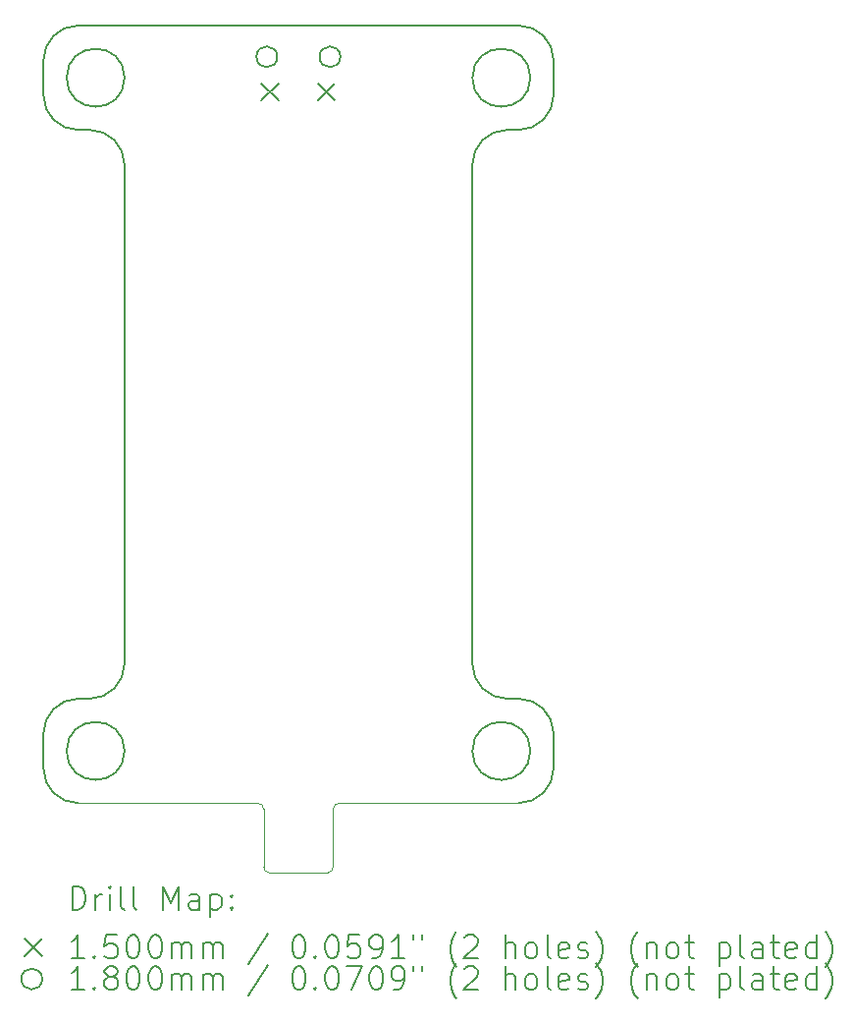
<source format=gbr>
%TF.GenerationSoftware,KiCad,Pcbnew,8.99.0-unknown-120b06f916~181~ubuntu22.04.1*%
%TF.CreationDate,2024-11-21T04:21:53-08:00*%
%TF.ProjectId,gb_video_pico_breakout,67625f76-6964-4656-9f5f-7069636f5f62,rev?*%
%TF.SameCoordinates,Original*%
%TF.FileFunction,Drillmap*%
%TF.FilePolarity,Positive*%
%FSLAX45Y45*%
G04 Gerber Fmt 4.5, Leading zero omitted, Abs format (unit mm)*
G04 Created by KiCad (PCBNEW 8.99.0-unknown-120b06f916~181~ubuntu22.04.1) date 2024-11-21 04:21:53*
%MOMM*%
%LPD*%
G01*
G04 APERTURE LIST*
%ADD10C,0.200000*%
%ADD11C,0.100000*%
%ADD12C,0.150000*%
%ADD13C,0.180000*%
G04 APERTURE END LIST*
D10*
X13492132Y-6050000D02*
G75*
G02*
X12992132Y-6050000I-250000J0D01*
G01*
X12992132Y-6050000D02*
G75*
G02*
X13492132Y-6050000I250000J0D01*
G01*
X16892132Y-5600000D02*
X13092132Y-5600000D01*
X13092132Y-6500000D02*
G75*
G02*
X12792130Y-6200000I-2J300000D01*
G01*
X13192132Y-11400000D02*
X13092132Y-11400000D01*
X12792132Y-5900000D02*
G75*
G02*
X13092132Y-5600002I299998J0D01*
G01*
X13192132Y-6500000D02*
G75*
G02*
X13492130Y-6800000I-2J-300000D01*
G01*
X16792132Y-11400000D02*
X16892132Y-11400000D01*
X16892132Y-5600000D02*
G75*
G02*
X17192130Y-5900000I-2J-300000D01*
G01*
X16892132Y-11400000D02*
G75*
G02*
X17192130Y-11700000I-2J-300000D01*
G01*
X12792132Y-6200000D02*
X12792132Y-5900000D01*
X13492132Y-6800000D02*
X13492132Y-11100000D01*
D11*
X14742132Y-12900000D02*
G75*
G02*
X14692130Y-12850000I-2J50000D01*
G01*
X14742132Y-12900000D02*
X15242132Y-12900000D01*
D10*
X17192132Y-12000000D02*
G75*
G02*
X16892132Y-12300002I-300002J0D01*
G01*
D11*
X15342132Y-12300000D02*
X16892132Y-12300000D01*
D10*
X12792132Y-12000000D02*
X12792132Y-11700000D01*
D11*
X14642132Y-12300000D02*
G75*
G02*
X14692130Y-12350000I-2J-50000D01*
G01*
D10*
X16792132Y-6500000D02*
X16892132Y-6500000D01*
X12792132Y-11700000D02*
G75*
G02*
X13092132Y-11400002I299998J0D01*
G01*
D11*
X13092132Y-12300000D02*
X14642132Y-12300000D01*
D10*
X13492132Y-11100000D02*
G75*
G02*
X13192132Y-11400002I-300002J0D01*
G01*
X13492132Y-11850000D02*
G75*
G02*
X12992132Y-11850000I-250000J0D01*
G01*
X12992132Y-11850000D02*
G75*
G02*
X13492132Y-11850000I250000J0D01*
G01*
X16492132Y-6800000D02*
X16492132Y-11100000D01*
X16492132Y-6800000D02*
G75*
G02*
X16792132Y-6500002I299998J0D01*
G01*
X17192132Y-5900000D02*
X17192132Y-6200000D01*
X17192132Y-12000000D02*
X17192132Y-11700000D01*
D11*
X15292132Y-12850000D02*
X15292132Y-12350000D01*
D10*
X16992132Y-6050000D02*
G75*
G02*
X16492132Y-6050000I-250000J0D01*
G01*
X16492132Y-6050000D02*
G75*
G02*
X16992132Y-6050000I250000J0D01*
G01*
D11*
X15292132Y-12850000D02*
G75*
G02*
X15242132Y-12900002I-50002J0D01*
G01*
D10*
X16792132Y-11400000D02*
G75*
G02*
X16492130Y-11100000I-2J300000D01*
G01*
X17192132Y-6200000D02*
G75*
G02*
X16892132Y-6500002I-300002J0D01*
G01*
X13092132Y-12300000D02*
G75*
G02*
X12792130Y-12000000I-2J300000D01*
G01*
D11*
X14692132Y-12850000D02*
X14692132Y-12350000D01*
X15292132Y-12350000D02*
G75*
G02*
X15342132Y-12300002I49998J0D01*
G01*
D10*
X13192132Y-6500000D02*
X13092132Y-6500000D01*
X16992132Y-11850000D02*
G75*
G02*
X16492132Y-11850000I-250000J0D01*
G01*
X16492132Y-11850000D02*
G75*
G02*
X16992132Y-11850000I250000J0D01*
G01*
D12*
X14674083Y-6098000D02*
X14824083Y-6248000D01*
X14824083Y-6098000D02*
X14674083Y-6248000D01*
X15159083Y-6098000D02*
X15309083Y-6248000D01*
X15309083Y-6098000D02*
X15159083Y-6248000D01*
D13*
X14809083Y-5870000D02*
G75*
G02*
X14629083Y-5870000I-90000J0D01*
G01*
X14629083Y-5870000D02*
G75*
G02*
X14809083Y-5870000I90000J0D01*
G01*
X15354083Y-5870000D02*
G75*
G02*
X15174083Y-5870000I-90000J0D01*
G01*
X15174083Y-5870000D02*
G75*
G02*
X15354083Y-5870000I90000J0D01*
G01*
D10*
X13042909Y-13216484D02*
X13042909Y-13016484D01*
X13042909Y-13016484D02*
X13090528Y-13016484D01*
X13090528Y-13016484D02*
X13119099Y-13026008D01*
X13119099Y-13026008D02*
X13138147Y-13045055D01*
X13138147Y-13045055D02*
X13147671Y-13064103D01*
X13147671Y-13064103D02*
X13157194Y-13102198D01*
X13157194Y-13102198D02*
X13157194Y-13130769D01*
X13157194Y-13130769D02*
X13147671Y-13168865D01*
X13147671Y-13168865D02*
X13138147Y-13187912D01*
X13138147Y-13187912D02*
X13119099Y-13206960D01*
X13119099Y-13206960D02*
X13090528Y-13216484D01*
X13090528Y-13216484D02*
X13042909Y-13216484D01*
X13242909Y-13216484D02*
X13242909Y-13083150D01*
X13242909Y-13121246D02*
X13252433Y-13102198D01*
X13252433Y-13102198D02*
X13261956Y-13092674D01*
X13261956Y-13092674D02*
X13281004Y-13083150D01*
X13281004Y-13083150D02*
X13300052Y-13083150D01*
X13366718Y-13216484D02*
X13366718Y-13083150D01*
X13366718Y-13016484D02*
X13357194Y-13026008D01*
X13357194Y-13026008D02*
X13366718Y-13035531D01*
X13366718Y-13035531D02*
X13376242Y-13026008D01*
X13376242Y-13026008D02*
X13366718Y-13016484D01*
X13366718Y-13016484D02*
X13366718Y-13035531D01*
X13490528Y-13216484D02*
X13471480Y-13206960D01*
X13471480Y-13206960D02*
X13461956Y-13187912D01*
X13461956Y-13187912D02*
X13461956Y-13016484D01*
X13595290Y-13216484D02*
X13576242Y-13206960D01*
X13576242Y-13206960D02*
X13566718Y-13187912D01*
X13566718Y-13187912D02*
X13566718Y-13016484D01*
X13823861Y-13216484D02*
X13823861Y-13016484D01*
X13823861Y-13016484D02*
X13890528Y-13159341D01*
X13890528Y-13159341D02*
X13957194Y-13016484D01*
X13957194Y-13016484D02*
X13957194Y-13216484D01*
X14138147Y-13216484D02*
X14138147Y-13111722D01*
X14138147Y-13111722D02*
X14128623Y-13092674D01*
X14128623Y-13092674D02*
X14109575Y-13083150D01*
X14109575Y-13083150D02*
X14071480Y-13083150D01*
X14071480Y-13083150D02*
X14052433Y-13092674D01*
X14138147Y-13206960D02*
X14119099Y-13216484D01*
X14119099Y-13216484D02*
X14071480Y-13216484D01*
X14071480Y-13216484D02*
X14052433Y-13206960D01*
X14052433Y-13206960D02*
X14042909Y-13187912D01*
X14042909Y-13187912D02*
X14042909Y-13168865D01*
X14042909Y-13168865D02*
X14052433Y-13149817D01*
X14052433Y-13149817D02*
X14071480Y-13140293D01*
X14071480Y-13140293D02*
X14119099Y-13140293D01*
X14119099Y-13140293D02*
X14138147Y-13130769D01*
X14233385Y-13083150D02*
X14233385Y-13283150D01*
X14233385Y-13092674D02*
X14252433Y-13083150D01*
X14252433Y-13083150D02*
X14290528Y-13083150D01*
X14290528Y-13083150D02*
X14309575Y-13092674D01*
X14309575Y-13092674D02*
X14319099Y-13102198D01*
X14319099Y-13102198D02*
X14328623Y-13121246D01*
X14328623Y-13121246D02*
X14328623Y-13178388D01*
X14328623Y-13178388D02*
X14319099Y-13197436D01*
X14319099Y-13197436D02*
X14309575Y-13206960D01*
X14309575Y-13206960D02*
X14290528Y-13216484D01*
X14290528Y-13216484D02*
X14252433Y-13216484D01*
X14252433Y-13216484D02*
X14233385Y-13206960D01*
X14414337Y-13197436D02*
X14423861Y-13206960D01*
X14423861Y-13206960D02*
X14414337Y-13216484D01*
X14414337Y-13216484D02*
X14404814Y-13206960D01*
X14404814Y-13206960D02*
X14414337Y-13197436D01*
X14414337Y-13197436D02*
X14414337Y-13216484D01*
X14414337Y-13092674D02*
X14423861Y-13102198D01*
X14423861Y-13102198D02*
X14414337Y-13111722D01*
X14414337Y-13111722D02*
X14404814Y-13102198D01*
X14404814Y-13102198D02*
X14414337Y-13092674D01*
X14414337Y-13092674D02*
X14414337Y-13111722D01*
D12*
X12632132Y-13470000D02*
X12782132Y-13620000D01*
X12782132Y-13470000D02*
X12632132Y-13620000D01*
D10*
X13147671Y-13636484D02*
X13033385Y-13636484D01*
X13090528Y-13636484D02*
X13090528Y-13436484D01*
X13090528Y-13436484D02*
X13071480Y-13465055D01*
X13071480Y-13465055D02*
X13052433Y-13484103D01*
X13052433Y-13484103D02*
X13033385Y-13493627D01*
X13233385Y-13617436D02*
X13242909Y-13626960D01*
X13242909Y-13626960D02*
X13233385Y-13636484D01*
X13233385Y-13636484D02*
X13223861Y-13626960D01*
X13223861Y-13626960D02*
X13233385Y-13617436D01*
X13233385Y-13617436D02*
X13233385Y-13636484D01*
X13423861Y-13436484D02*
X13328623Y-13436484D01*
X13328623Y-13436484D02*
X13319099Y-13531722D01*
X13319099Y-13531722D02*
X13328623Y-13522198D01*
X13328623Y-13522198D02*
X13347671Y-13512674D01*
X13347671Y-13512674D02*
X13395290Y-13512674D01*
X13395290Y-13512674D02*
X13414337Y-13522198D01*
X13414337Y-13522198D02*
X13423861Y-13531722D01*
X13423861Y-13531722D02*
X13433385Y-13550769D01*
X13433385Y-13550769D02*
X13433385Y-13598388D01*
X13433385Y-13598388D02*
X13423861Y-13617436D01*
X13423861Y-13617436D02*
X13414337Y-13626960D01*
X13414337Y-13626960D02*
X13395290Y-13636484D01*
X13395290Y-13636484D02*
X13347671Y-13636484D01*
X13347671Y-13636484D02*
X13328623Y-13626960D01*
X13328623Y-13626960D02*
X13319099Y-13617436D01*
X13557194Y-13436484D02*
X13576242Y-13436484D01*
X13576242Y-13436484D02*
X13595290Y-13446008D01*
X13595290Y-13446008D02*
X13604814Y-13455531D01*
X13604814Y-13455531D02*
X13614337Y-13474579D01*
X13614337Y-13474579D02*
X13623861Y-13512674D01*
X13623861Y-13512674D02*
X13623861Y-13560293D01*
X13623861Y-13560293D02*
X13614337Y-13598388D01*
X13614337Y-13598388D02*
X13604814Y-13617436D01*
X13604814Y-13617436D02*
X13595290Y-13626960D01*
X13595290Y-13626960D02*
X13576242Y-13636484D01*
X13576242Y-13636484D02*
X13557194Y-13636484D01*
X13557194Y-13636484D02*
X13538147Y-13626960D01*
X13538147Y-13626960D02*
X13528623Y-13617436D01*
X13528623Y-13617436D02*
X13519099Y-13598388D01*
X13519099Y-13598388D02*
X13509575Y-13560293D01*
X13509575Y-13560293D02*
X13509575Y-13512674D01*
X13509575Y-13512674D02*
X13519099Y-13474579D01*
X13519099Y-13474579D02*
X13528623Y-13455531D01*
X13528623Y-13455531D02*
X13538147Y-13446008D01*
X13538147Y-13446008D02*
X13557194Y-13436484D01*
X13747671Y-13436484D02*
X13766718Y-13436484D01*
X13766718Y-13436484D02*
X13785766Y-13446008D01*
X13785766Y-13446008D02*
X13795290Y-13455531D01*
X13795290Y-13455531D02*
X13804814Y-13474579D01*
X13804814Y-13474579D02*
X13814337Y-13512674D01*
X13814337Y-13512674D02*
X13814337Y-13560293D01*
X13814337Y-13560293D02*
X13804814Y-13598388D01*
X13804814Y-13598388D02*
X13795290Y-13617436D01*
X13795290Y-13617436D02*
X13785766Y-13626960D01*
X13785766Y-13626960D02*
X13766718Y-13636484D01*
X13766718Y-13636484D02*
X13747671Y-13636484D01*
X13747671Y-13636484D02*
X13728623Y-13626960D01*
X13728623Y-13626960D02*
X13719099Y-13617436D01*
X13719099Y-13617436D02*
X13709575Y-13598388D01*
X13709575Y-13598388D02*
X13700052Y-13560293D01*
X13700052Y-13560293D02*
X13700052Y-13512674D01*
X13700052Y-13512674D02*
X13709575Y-13474579D01*
X13709575Y-13474579D02*
X13719099Y-13455531D01*
X13719099Y-13455531D02*
X13728623Y-13446008D01*
X13728623Y-13446008D02*
X13747671Y-13436484D01*
X13900052Y-13636484D02*
X13900052Y-13503150D01*
X13900052Y-13522198D02*
X13909575Y-13512674D01*
X13909575Y-13512674D02*
X13928623Y-13503150D01*
X13928623Y-13503150D02*
X13957195Y-13503150D01*
X13957195Y-13503150D02*
X13976242Y-13512674D01*
X13976242Y-13512674D02*
X13985766Y-13531722D01*
X13985766Y-13531722D02*
X13985766Y-13636484D01*
X13985766Y-13531722D02*
X13995290Y-13512674D01*
X13995290Y-13512674D02*
X14014337Y-13503150D01*
X14014337Y-13503150D02*
X14042909Y-13503150D01*
X14042909Y-13503150D02*
X14061956Y-13512674D01*
X14061956Y-13512674D02*
X14071480Y-13531722D01*
X14071480Y-13531722D02*
X14071480Y-13636484D01*
X14166718Y-13636484D02*
X14166718Y-13503150D01*
X14166718Y-13522198D02*
X14176242Y-13512674D01*
X14176242Y-13512674D02*
X14195290Y-13503150D01*
X14195290Y-13503150D02*
X14223861Y-13503150D01*
X14223861Y-13503150D02*
X14242909Y-13512674D01*
X14242909Y-13512674D02*
X14252433Y-13531722D01*
X14252433Y-13531722D02*
X14252433Y-13636484D01*
X14252433Y-13531722D02*
X14261956Y-13512674D01*
X14261956Y-13512674D02*
X14281004Y-13503150D01*
X14281004Y-13503150D02*
X14309575Y-13503150D01*
X14309575Y-13503150D02*
X14328623Y-13512674D01*
X14328623Y-13512674D02*
X14338147Y-13531722D01*
X14338147Y-13531722D02*
X14338147Y-13636484D01*
X14728623Y-13426960D02*
X14557195Y-13684103D01*
X14985766Y-13436484D02*
X15004814Y-13436484D01*
X15004814Y-13436484D02*
X15023861Y-13446008D01*
X15023861Y-13446008D02*
X15033385Y-13455531D01*
X15033385Y-13455531D02*
X15042909Y-13474579D01*
X15042909Y-13474579D02*
X15052433Y-13512674D01*
X15052433Y-13512674D02*
X15052433Y-13560293D01*
X15052433Y-13560293D02*
X15042909Y-13598388D01*
X15042909Y-13598388D02*
X15033385Y-13617436D01*
X15033385Y-13617436D02*
X15023861Y-13626960D01*
X15023861Y-13626960D02*
X15004814Y-13636484D01*
X15004814Y-13636484D02*
X14985766Y-13636484D01*
X14985766Y-13636484D02*
X14966718Y-13626960D01*
X14966718Y-13626960D02*
X14957195Y-13617436D01*
X14957195Y-13617436D02*
X14947671Y-13598388D01*
X14947671Y-13598388D02*
X14938147Y-13560293D01*
X14938147Y-13560293D02*
X14938147Y-13512674D01*
X14938147Y-13512674D02*
X14947671Y-13474579D01*
X14947671Y-13474579D02*
X14957195Y-13455531D01*
X14957195Y-13455531D02*
X14966718Y-13446008D01*
X14966718Y-13446008D02*
X14985766Y-13436484D01*
X15138147Y-13617436D02*
X15147671Y-13626960D01*
X15147671Y-13626960D02*
X15138147Y-13636484D01*
X15138147Y-13636484D02*
X15128623Y-13626960D01*
X15128623Y-13626960D02*
X15138147Y-13617436D01*
X15138147Y-13617436D02*
X15138147Y-13636484D01*
X15271480Y-13436484D02*
X15290528Y-13436484D01*
X15290528Y-13436484D02*
X15309576Y-13446008D01*
X15309576Y-13446008D02*
X15319099Y-13455531D01*
X15319099Y-13455531D02*
X15328623Y-13474579D01*
X15328623Y-13474579D02*
X15338147Y-13512674D01*
X15338147Y-13512674D02*
X15338147Y-13560293D01*
X15338147Y-13560293D02*
X15328623Y-13598388D01*
X15328623Y-13598388D02*
X15319099Y-13617436D01*
X15319099Y-13617436D02*
X15309576Y-13626960D01*
X15309576Y-13626960D02*
X15290528Y-13636484D01*
X15290528Y-13636484D02*
X15271480Y-13636484D01*
X15271480Y-13636484D02*
X15252433Y-13626960D01*
X15252433Y-13626960D02*
X15242909Y-13617436D01*
X15242909Y-13617436D02*
X15233385Y-13598388D01*
X15233385Y-13598388D02*
X15223861Y-13560293D01*
X15223861Y-13560293D02*
X15223861Y-13512674D01*
X15223861Y-13512674D02*
X15233385Y-13474579D01*
X15233385Y-13474579D02*
X15242909Y-13455531D01*
X15242909Y-13455531D02*
X15252433Y-13446008D01*
X15252433Y-13446008D02*
X15271480Y-13436484D01*
X15519099Y-13436484D02*
X15423861Y-13436484D01*
X15423861Y-13436484D02*
X15414338Y-13531722D01*
X15414338Y-13531722D02*
X15423861Y-13522198D01*
X15423861Y-13522198D02*
X15442909Y-13512674D01*
X15442909Y-13512674D02*
X15490528Y-13512674D01*
X15490528Y-13512674D02*
X15509576Y-13522198D01*
X15509576Y-13522198D02*
X15519099Y-13531722D01*
X15519099Y-13531722D02*
X15528623Y-13550769D01*
X15528623Y-13550769D02*
X15528623Y-13598388D01*
X15528623Y-13598388D02*
X15519099Y-13617436D01*
X15519099Y-13617436D02*
X15509576Y-13626960D01*
X15509576Y-13626960D02*
X15490528Y-13636484D01*
X15490528Y-13636484D02*
X15442909Y-13636484D01*
X15442909Y-13636484D02*
X15423861Y-13626960D01*
X15423861Y-13626960D02*
X15414338Y-13617436D01*
X15623861Y-13636484D02*
X15661957Y-13636484D01*
X15661957Y-13636484D02*
X15681004Y-13626960D01*
X15681004Y-13626960D02*
X15690528Y-13617436D01*
X15690528Y-13617436D02*
X15709576Y-13588865D01*
X15709576Y-13588865D02*
X15719099Y-13550769D01*
X15719099Y-13550769D02*
X15719099Y-13474579D01*
X15719099Y-13474579D02*
X15709576Y-13455531D01*
X15709576Y-13455531D02*
X15700052Y-13446008D01*
X15700052Y-13446008D02*
X15681004Y-13436484D01*
X15681004Y-13436484D02*
X15642909Y-13436484D01*
X15642909Y-13436484D02*
X15623861Y-13446008D01*
X15623861Y-13446008D02*
X15614338Y-13455531D01*
X15614338Y-13455531D02*
X15604814Y-13474579D01*
X15604814Y-13474579D02*
X15604814Y-13522198D01*
X15604814Y-13522198D02*
X15614338Y-13541246D01*
X15614338Y-13541246D02*
X15623861Y-13550769D01*
X15623861Y-13550769D02*
X15642909Y-13560293D01*
X15642909Y-13560293D02*
X15681004Y-13560293D01*
X15681004Y-13560293D02*
X15700052Y-13550769D01*
X15700052Y-13550769D02*
X15709576Y-13541246D01*
X15709576Y-13541246D02*
X15719099Y-13522198D01*
X15909576Y-13636484D02*
X15795290Y-13636484D01*
X15852433Y-13636484D02*
X15852433Y-13436484D01*
X15852433Y-13436484D02*
X15833385Y-13465055D01*
X15833385Y-13465055D02*
X15814338Y-13484103D01*
X15814338Y-13484103D02*
X15795290Y-13493627D01*
X15985766Y-13436484D02*
X15985766Y-13474579D01*
X16061957Y-13436484D02*
X16061957Y-13474579D01*
X16357195Y-13712674D02*
X16347671Y-13703150D01*
X16347671Y-13703150D02*
X16328623Y-13674579D01*
X16328623Y-13674579D02*
X16319100Y-13655531D01*
X16319100Y-13655531D02*
X16309576Y-13626960D01*
X16309576Y-13626960D02*
X16300052Y-13579341D01*
X16300052Y-13579341D02*
X16300052Y-13541246D01*
X16300052Y-13541246D02*
X16309576Y-13493627D01*
X16309576Y-13493627D02*
X16319100Y-13465055D01*
X16319100Y-13465055D02*
X16328623Y-13446008D01*
X16328623Y-13446008D02*
X16347671Y-13417436D01*
X16347671Y-13417436D02*
X16357195Y-13407912D01*
X16423861Y-13455531D02*
X16433385Y-13446008D01*
X16433385Y-13446008D02*
X16452433Y-13436484D01*
X16452433Y-13436484D02*
X16500052Y-13436484D01*
X16500052Y-13436484D02*
X16519100Y-13446008D01*
X16519100Y-13446008D02*
X16528623Y-13455531D01*
X16528623Y-13455531D02*
X16538147Y-13474579D01*
X16538147Y-13474579D02*
X16538147Y-13493627D01*
X16538147Y-13493627D02*
X16528623Y-13522198D01*
X16528623Y-13522198D02*
X16414338Y-13636484D01*
X16414338Y-13636484D02*
X16538147Y-13636484D01*
X16776242Y-13636484D02*
X16776242Y-13436484D01*
X16861957Y-13636484D02*
X16861957Y-13531722D01*
X16861957Y-13531722D02*
X16852433Y-13512674D01*
X16852433Y-13512674D02*
X16833385Y-13503150D01*
X16833385Y-13503150D02*
X16804814Y-13503150D01*
X16804814Y-13503150D02*
X16785766Y-13512674D01*
X16785766Y-13512674D02*
X16776242Y-13522198D01*
X16985766Y-13636484D02*
X16966719Y-13626960D01*
X16966719Y-13626960D02*
X16957195Y-13617436D01*
X16957195Y-13617436D02*
X16947671Y-13598388D01*
X16947671Y-13598388D02*
X16947671Y-13541246D01*
X16947671Y-13541246D02*
X16957195Y-13522198D01*
X16957195Y-13522198D02*
X16966719Y-13512674D01*
X16966719Y-13512674D02*
X16985766Y-13503150D01*
X16985766Y-13503150D02*
X17014338Y-13503150D01*
X17014338Y-13503150D02*
X17033385Y-13512674D01*
X17033385Y-13512674D02*
X17042909Y-13522198D01*
X17042909Y-13522198D02*
X17052433Y-13541246D01*
X17052433Y-13541246D02*
X17052433Y-13598388D01*
X17052433Y-13598388D02*
X17042909Y-13617436D01*
X17042909Y-13617436D02*
X17033385Y-13626960D01*
X17033385Y-13626960D02*
X17014338Y-13636484D01*
X17014338Y-13636484D02*
X16985766Y-13636484D01*
X17166719Y-13636484D02*
X17147671Y-13626960D01*
X17147671Y-13626960D02*
X17138147Y-13607912D01*
X17138147Y-13607912D02*
X17138147Y-13436484D01*
X17319100Y-13626960D02*
X17300052Y-13636484D01*
X17300052Y-13636484D02*
X17261957Y-13636484D01*
X17261957Y-13636484D02*
X17242909Y-13626960D01*
X17242909Y-13626960D02*
X17233385Y-13607912D01*
X17233385Y-13607912D02*
X17233385Y-13531722D01*
X17233385Y-13531722D02*
X17242909Y-13512674D01*
X17242909Y-13512674D02*
X17261957Y-13503150D01*
X17261957Y-13503150D02*
X17300052Y-13503150D01*
X17300052Y-13503150D02*
X17319100Y-13512674D01*
X17319100Y-13512674D02*
X17328624Y-13531722D01*
X17328624Y-13531722D02*
X17328624Y-13550769D01*
X17328624Y-13550769D02*
X17233385Y-13569817D01*
X17404814Y-13626960D02*
X17423862Y-13636484D01*
X17423862Y-13636484D02*
X17461957Y-13636484D01*
X17461957Y-13636484D02*
X17481005Y-13626960D01*
X17481005Y-13626960D02*
X17490528Y-13607912D01*
X17490528Y-13607912D02*
X17490528Y-13598388D01*
X17490528Y-13598388D02*
X17481005Y-13579341D01*
X17481005Y-13579341D02*
X17461957Y-13569817D01*
X17461957Y-13569817D02*
X17433385Y-13569817D01*
X17433385Y-13569817D02*
X17414338Y-13560293D01*
X17414338Y-13560293D02*
X17404814Y-13541246D01*
X17404814Y-13541246D02*
X17404814Y-13531722D01*
X17404814Y-13531722D02*
X17414338Y-13512674D01*
X17414338Y-13512674D02*
X17433385Y-13503150D01*
X17433385Y-13503150D02*
X17461957Y-13503150D01*
X17461957Y-13503150D02*
X17481005Y-13512674D01*
X17557195Y-13712674D02*
X17566719Y-13703150D01*
X17566719Y-13703150D02*
X17585766Y-13674579D01*
X17585766Y-13674579D02*
X17595290Y-13655531D01*
X17595290Y-13655531D02*
X17604814Y-13626960D01*
X17604814Y-13626960D02*
X17614338Y-13579341D01*
X17614338Y-13579341D02*
X17614338Y-13541246D01*
X17614338Y-13541246D02*
X17604814Y-13493627D01*
X17604814Y-13493627D02*
X17595290Y-13465055D01*
X17595290Y-13465055D02*
X17585766Y-13446008D01*
X17585766Y-13446008D02*
X17566719Y-13417436D01*
X17566719Y-13417436D02*
X17557195Y-13407912D01*
X17919100Y-13712674D02*
X17909576Y-13703150D01*
X17909576Y-13703150D02*
X17890528Y-13674579D01*
X17890528Y-13674579D02*
X17881005Y-13655531D01*
X17881005Y-13655531D02*
X17871481Y-13626960D01*
X17871481Y-13626960D02*
X17861957Y-13579341D01*
X17861957Y-13579341D02*
X17861957Y-13541246D01*
X17861957Y-13541246D02*
X17871481Y-13493627D01*
X17871481Y-13493627D02*
X17881005Y-13465055D01*
X17881005Y-13465055D02*
X17890528Y-13446008D01*
X17890528Y-13446008D02*
X17909576Y-13417436D01*
X17909576Y-13417436D02*
X17919100Y-13407912D01*
X17995290Y-13503150D02*
X17995290Y-13636484D01*
X17995290Y-13522198D02*
X18004814Y-13512674D01*
X18004814Y-13512674D02*
X18023862Y-13503150D01*
X18023862Y-13503150D02*
X18052433Y-13503150D01*
X18052433Y-13503150D02*
X18071481Y-13512674D01*
X18071481Y-13512674D02*
X18081005Y-13531722D01*
X18081005Y-13531722D02*
X18081005Y-13636484D01*
X18204814Y-13636484D02*
X18185766Y-13626960D01*
X18185766Y-13626960D02*
X18176243Y-13617436D01*
X18176243Y-13617436D02*
X18166719Y-13598388D01*
X18166719Y-13598388D02*
X18166719Y-13541246D01*
X18166719Y-13541246D02*
X18176243Y-13522198D01*
X18176243Y-13522198D02*
X18185766Y-13512674D01*
X18185766Y-13512674D02*
X18204814Y-13503150D01*
X18204814Y-13503150D02*
X18233386Y-13503150D01*
X18233386Y-13503150D02*
X18252433Y-13512674D01*
X18252433Y-13512674D02*
X18261957Y-13522198D01*
X18261957Y-13522198D02*
X18271481Y-13541246D01*
X18271481Y-13541246D02*
X18271481Y-13598388D01*
X18271481Y-13598388D02*
X18261957Y-13617436D01*
X18261957Y-13617436D02*
X18252433Y-13626960D01*
X18252433Y-13626960D02*
X18233386Y-13636484D01*
X18233386Y-13636484D02*
X18204814Y-13636484D01*
X18328624Y-13503150D02*
X18404814Y-13503150D01*
X18357195Y-13436484D02*
X18357195Y-13607912D01*
X18357195Y-13607912D02*
X18366719Y-13626960D01*
X18366719Y-13626960D02*
X18385766Y-13636484D01*
X18385766Y-13636484D02*
X18404814Y-13636484D01*
X18623862Y-13503150D02*
X18623862Y-13703150D01*
X18623862Y-13512674D02*
X18642909Y-13503150D01*
X18642909Y-13503150D02*
X18681005Y-13503150D01*
X18681005Y-13503150D02*
X18700052Y-13512674D01*
X18700052Y-13512674D02*
X18709576Y-13522198D01*
X18709576Y-13522198D02*
X18719100Y-13541246D01*
X18719100Y-13541246D02*
X18719100Y-13598388D01*
X18719100Y-13598388D02*
X18709576Y-13617436D01*
X18709576Y-13617436D02*
X18700052Y-13626960D01*
X18700052Y-13626960D02*
X18681005Y-13636484D01*
X18681005Y-13636484D02*
X18642909Y-13636484D01*
X18642909Y-13636484D02*
X18623862Y-13626960D01*
X18833386Y-13636484D02*
X18814338Y-13626960D01*
X18814338Y-13626960D02*
X18804814Y-13607912D01*
X18804814Y-13607912D02*
X18804814Y-13436484D01*
X18995290Y-13636484D02*
X18995290Y-13531722D01*
X18995290Y-13531722D02*
X18985767Y-13512674D01*
X18985767Y-13512674D02*
X18966719Y-13503150D01*
X18966719Y-13503150D02*
X18928624Y-13503150D01*
X18928624Y-13503150D02*
X18909576Y-13512674D01*
X18995290Y-13626960D02*
X18976243Y-13636484D01*
X18976243Y-13636484D02*
X18928624Y-13636484D01*
X18928624Y-13636484D02*
X18909576Y-13626960D01*
X18909576Y-13626960D02*
X18900052Y-13607912D01*
X18900052Y-13607912D02*
X18900052Y-13588865D01*
X18900052Y-13588865D02*
X18909576Y-13569817D01*
X18909576Y-13569817D02*
X18928624Y-13560293D01*
X18928624Y-13560293D02*
X18976243Y-13560293D01*
X18976243Y-13560293D02*
X18995290Y-13550769D01*
X19061957Y-13503150D02*
X19138147Y-13503150D01*
X19090528Y-13436484D02*
X19090528Y-13607912D01*
X19090528Y-13607912D02*
X19100052Y-13626960D01*
X19100052Y-13626960D02*
X19119100Y-13636484D01*
X19119100Y-13636484D02*
X19138147Y-13636484D01*
X19281005Y-13626960D02*
X19261957Y-13636484D01*
X19261957Y-13636484D02*
X19223862Y-13636484D01*
X19223862Y-13636484D02*
X19204814Y-13626960D01*
X19204814Y-13626960D02*
X19195290Y-13607912D01*
X19195290Y-13607912D02*
X19195290Y-13531722D01*
X19195290Y-13531722D02*
X19204814Y-13512674D01*
X19204814Y-13512674D02*
X19223862Y-13503150D01*
X19223862Y-13503150D02*
X19261957Y-13503150D01*
X19261957Y-13503150D02*
X19281005Y-13512674D01*
X19281005Y-13512674D02*
X19290528Y-13531722D01*
X19290528Y-13531722D02*
X19290528Y-13550769D01*
X19290528Y-13550769D02*
X19195290Y-13569817D01*
X19461957Y-13636484D02*
X19461957Y-13436484D01*
X19461957Y-13626960D02*
X19442909Y-13636484D01*
X19442909Y-13636484D02*
X19404814Y-13636484D01*
X19404814Y-13636484D02*
X19385767Y-13626960D01*
X19385767Y-13626960D02*
X19376243Y-13617436D01*
X19376243Y-13617436D02*
X19366719Y-13598388D01*
X19366719Y-13598388D02*
X19366719Y-13541246D01*
X19366719Y-13541246D02*
X19376243Y-13522198D01*
X19376243Y-13522198D02*
X19385767Y-13512674D01*
X19385767Y-13512674D02*
X19404814Y-13503150D01*
X19404814Y-13503150D02*
X19442909Y-13503150D01*
X19442909Y-13503150D02*
X19461957Y-13512674D01*
X19538148Y-13712674D02*
X19547671Y-13703150D01*
X19547671Y-13703150D02*
X19566719Y-13674579D01*
X19566719Y-13674579D02*
X19576243Y-13655531D01*
X19576243Y-13655531D02*
X19585767Y-13626960D01*
X19585767Y-13626960D02*
X19595290Y-13579341D01*
X19595290Y-13579341D02*
X19595290Y-13541246D01*
X19595290Y-13541246D02*
X19585767Y-13493627D01*
X19585767Y-13493627D02*
X19576243Y-13465055D01*
X19576243Y-13465055D02*
X19566719Y-13446008D01*
X19566719Y-13446008D02*
X19547671Y-13417436D01*
X19547671Y-13417436D02*
X19538148Y-13407912D01*
D13*
X12782132Y-13815000D02*
G75*
G02*
X12602132Y-13815000I-90000J0D01*
G01*
X12602132Y-13815000D02*
G75*
G02*
X12782132Y-13815000I90000J0D01*
G01*
D10*
X13147671Y-13906484D02*
X13033385Y-13906484D01*
X13090528Y-13906484D02*
X13090528Y-13706484D01*
X13090528Y-13706484D02*
X13071480Y-13735055D01*
X13071480Y-13735055D02*
X13052433Y-13754103D01*
X13052433Y-13754103D02*
X13033385Y-13763627D01*
X13233385Y-13887436D02*
X13242909Y-13896960D01*
X13242909Y-13896960D02*
X13233385Y-13906484D01*
X13233385Y-13906484D02*
X13223861Y-13896960D01*
X13223861Y-13896960D02*
X13233385Y-13887436D01*
X13233385Y-13887436D02*
X13233385Y-13906484D01*
X13357194Y-13792198D02*
X13338147Y-13782674D01*
X13338147Y-13782674D02*
X13328623Y-13773150D01*
X13328623Y-13773150D02*
X13319099Y-13754103D01*
X13319099Y-13754103D02*
X13319099Y-13744579D01*
X13319099Y-13744579D02*
X13328623Y-13725531D01*
X13328623Y-13725531D02*
X13338147Y-13716008D01*
X13338147Y-13716008D02*
X13357194Y-13706484D01*
X13357194Y-13706484D02*
X13395290Y-13706484D01*
X13395290Y-13706484D02*
X13414337Y-13716008D01*
X13414337Y-13716008D02*
X13423861Y-13725531D01*
X13423861Y-13725531D02*
X13433385Y-13744579D01*
X13433385Y-13744579D02*
X13433385Y-13754103D01*
X13433385Y-13754103D02*
X13423861Y-13773150D01*
X13423861Y-13773150D02*
X13414337Y-13782674D01*
X13414337Y-13782674D02*
X13395290Y-13792198D01*
X13395290Y-13792198D02*
X13357194Y-13792198D01*
X13357194Y-13792198D02*
X13338147Y-13801722D01*
X13338147Y-13801722D02*
X13328623Y-13811246D01*
X13328623Y-13811246D02*
X13319099Y-13830293D01*
X13319099Y-13830293D02*
X13319099Y-13868388D01*
X13319099Y-13868388D02*
X13328623Y-13887436D01*
X13328623Y-13887436D02*
X13338147Y-13896960D01*
X13338147Y-13896960D02*
X13357194Y-13906484D01*
X13357194Y-13906484D02*
X13395290Y-13906484D01*
X13395290Y-13906484D02*
X13414337Y-13896960D01*
X13414337Y-13896960D02*
X13423861Y-13887436D01*
X13423861Y-13887436D02*
X13433385Y-13868388D01*
X13433385Y-13868388D02*
X13433385Y-13830293D01*
X13433385Y-13830293D02*
X13423861Y-13811246D01*
X13423861Y-13811246D02*
X13414337Y-13801722D01*
X13414337Y-13801722D02*
X13395290Y-13792198D01*
X13557194Y-13706484D02*
X13576242Y-13706484D01*
X13576242Y-13706484D02*
X13595290Y-13716008D01*
X13595290Y-13716008D02*
X13604814Y-13725531D01*
X13604814Y-13725531D02*
X13614337Y-13744579D01*
X13614337Y-13744579D02*
X13623861Y-13782674D01*
X13623861Y-13782674D02*
X13623861Y-13830293D01*
X13623861Y-13830293D02*
X13614337Y-13868388D01*
X13614337Y-13868388D02*
X13604814Y-13887436D01*
X13604814Y-13887436D02*
X13595290Y-13896960D01*
X13595290Y-13896960D02*
X13576242Y-13906484D01*
X13576242Y-13906484D02*
X13557194Y-13906484D01*
X13557194Y-13906484D02*
X13538147Y-13896960D01*
X13538147Y-13896960D02*
X13528623Y-13887436D01*
X13528623Y-13887436D02*
X13519099Y-13868388D01*
X13519099Y-13868388D02*
X13509575Y-13830293D01*
X13509575Y-13830293D02*
X13509575Y-13782674D01*
X13509575Y-13782674D02*
X13519099Y-13744579D01*
X13519099Y-13744579D02*
X13528623Y-13725531D01*
X13528623Y-13725531D02*
X13538147Y-13716008D01*
X13538147Y-13716008D02*
X13557194Y-13706484D01*
X13747671Y-13706484D02*
X13766718Y-13706484D01*
X13766718Y-13706484D02*
X13785766Y-13716008D01*
X13785766Y-13716008D02*
X13795290Y-13725531D01*
X13795290Y-13725531D02*
X13804814Y-13744579D01*
X13804814Y-13744579D02*
X13814337Y-13782674D01*
X13814337Y-13782674D02*
X13814337Y-13830293D01*
X13814337Y-13830293D02*
X13804814Y-13868388D01*
X13804814Y-13868388D02*
X13795290Y-13887436D01*
X13795290Y-13887436D02*
X13785766Y-13896960D01*
X13785766Y-13896960D02*
X13766718Y-13906484D01*
X13766718Y-13906484D02*
X13747671Y-13906484D01*
X13747671Y-13906484D02*
X13728623Y-13896960D01*
X13728623Y-13896960D02*
X13719099Y-13887436D01*
X13719099Y-13887436D02*
X13709575Y-13868388D01*
X13709575Y-13868388D02*
X13700052Y-13830293D01*
X13700052Y-13830293D02*
X13700052Y-13782674D01*
X13700052Y-13782674D02*
X13709575Y-13744579D01*
X13709575Y-13744579D02*
X13719099Y-13725531D01*
X13719099Y-13725531D02*
X13728623Y-13716008D01*
X13728623Y-13716008D02*
X13747671Y-13706484D01*
X13900052Y-13906484D02*
X13900052Y-13773150D01*
X13900052Y-13792198D02*
X13909575Y-13782674D01*
X13909575Y-13782674D02*
X13928623Y-13773150D01*
X13928623Y-13773150D02*
X13957195Y-13773150D01*
X13957195Y-13773150D02*
X13976242Y-13782674D01*
X13976242Y-13782674D02*
X13985766Y-13801722D01*
X13985766Y-13801722D02*
X13985766Y-13906484D01*
X13985766Y-13801722D02*
X13995290Y-13782674D01*
X13995290Y-13782674D02*
X14014337Y-13773150D01*
X14014337Y-13773150D02*
X14042909Y-13773150D01*
X14042909Y-13773150D02*
X14061956Y-13782674D01*
X14061956Y-13782674D02*
X14071480Y-13801722D01*
X14071480Y-13801722D02*
X14071480Y-13906484D01*
X14166718Y-13906484D02*
X14166718Y-13773150D01*
X14166718Y-13792198D02*
X14176242Y-13782674D01*
X14176242Y-13782674D02*
X14195290Y-13773150D01*
X14195290Y-13773150D02*
X14223861Y-13773150D01*
X14223861Y-13773150D02*
X14242909Y-13782674D01*
X14242909Y-13782674D02*
X14252433Y-13801722D01*
X14252433Y-13801722D02*
X14252433Y-13906484D01*
X14252433Y-13801722D02*
X14261956Y-13782674D01*
X14261956Y-13782674D02*
X14281004Y-13773150D01*
X14281004Y-13773150D02*
X14309575Y-13773150D01*
X14309575Y-13773150D02*
X14328623Y-13782674D01*
X14328623Y-13782674D02*
X14338147Y-13801722D01*
X14338147Y-13801722D02*
X14338147Y-13906484D01*
X14728623Y-13696960D02*
X14557195Y-13954103D01*
X14985766Y-13706484D02*
X15004814Y-13706484D01*
X15004814Y-13706484D02*
X15023861Y-13716008D01*
X15023861Y-13716008D02*
X15033385Y-13725531D01*
X15033385Y-13725531D02*
X15042909Y-13744579D01*
X15042909Y-13744579D02*
X15052433Y-13782674D01*
X15052433Y-13782674D02*
X15052433Y-13830293D01*
X15052433Y-13830293D02*
X15042909Y-13868388D01*
X15042909Y-13868388D02*
X15033385Y-13887436D01*
X15033385Y-13887436D02*
X15023861Y-13896960D01*
X15023861Y-13896960D02*
X15004814Y-13906484D01*
X15004814Y-13906484D02*
X14985766Y-13906484D01*
X14985766Y-13906484D02*
X14966718Y-13896960D01*
X14966718Y-13896960D02*
X14957195Y-13887436D01*
X14957195Y-13887436D02*
X14947671Y-13868388D01*
X14947671Y-13868388D02*
X14938147Y-13830293D01*
X14938147Y-13830293D02*
X14938147Y-13782674D01*
X14938147Y-13782674D02*
X14947671Y-13744579D01*
X14947671Y-13744579D02*
X14957195Y-13725531D01*
X14957195Y-13725531D02*
X14966718Y-13716008D01*
X14966718Y-13716008D02*
X14985766Y-13706484D01*
X15138147Y-13887436D02*
X15147671Y-13896960D01*
X15147671Y-13896960D02*
X15138147Y-13906484D01*
X15138147Y-13906484D02*
X15128623Y-13896960D01*
X15128623Y-13896960D02*
X15138147Y-13887436D01*
X15138147Y-13887436D02*
X15138147Y-13906484D01*
X15271480Y-13706484D02*
X15290528Y-13706484D01*
X15290528Y-13706484D02*
X15309576Y-13716008D01*
X15309576Y-13716008D02*
X15319099Y-13725531D01*
X15319099Y-13725531D02*
X15328623Y-13744579D01*
X15328623Y-13744579D02*
X15338147Y-13782674D01*
X15338147Y-13782674D02*
X15338147Y-13830293D01*
X15338147Y-13830293D02*
X15328623Y-13868388D01*
X15328623Y-13868388D02*
X15319099Y-13887436D01*
X15319099Y-13887436D02*
X15309576Y-13896960D01*
X15309576Y-13896960D02*
X15290528Y-13906484D01*
X15290528Y-13906484D02*
X15271480Y-13906484D01*
X15271480Y-13906484D02*
X15252433Y-13896960D01*
X15252433Y-13896960D02*
X15242909Y-13887436D01*
X15242909Y-13887436D02*
X15233385Y-13868388D01*
X15233385Y-13868388D02*
X15223861Y-13830293D01*
X15223861Y-13830293D02*
X15223861Y-13782674D01*
X15223861Y-13782674D02*
X15233385Y-13744579D01*
X15233385Y-13744579D02*
X15242909Y-13725531D01*
X15242909Y-13725531D02*
X15252433Y-13716008D01*
X15252433Y-13716008D02*
X15271480Y-13706484D01*
X15404814Y-13706484D02*
X15538147Y-13706484D01*
X15538147Y-13706484D02*
X15452433Y-13906484D01*
X15652433Y-13706484D02*
X15671480Y-13706484D01*
X15671480Y-13706484D02*
X15690528Y-13716008D01*
X15690528Y-13716008D02*
X15700052Y-13725531D01*
X15700052Y-13725531D02*
X15709576Y-13744579D01*
X15709576Y-13744579D02*
X15719099Y-13782674D01*
X15719099Y-13782674D02*
X15719099Y-13830293D01*
X15719099Y-13830293D02*
X15709576Y-13868388D01*
X15709576Y-13868388D02*
X15700052Y-13887436D01*
X15700052Y-13887436D02*
X15690528Y-13896960D01*
X15690528Y-13896960D02*
X15671480Y-13906484D01*
X15671480Y-13906484D02*
X15652433Y-13906484D01*
X15652433Y-13906484D02*
X15633385Y-13896960D01*
X15633385Y-13896960D02*
X15623861Y-13887436D01*
X15623861Y-13887436D02*
X15614338Y-13868388D01*
X15614338Y-13868388D02*
X15604814Y-13830293D01*
X15604814Y-13830293D02*
X15604814Y-13782674D01*
X15604814Y-13782674D02*
X15614338Y-13744579D01*
X15614338Y-13744579D02*
X15623861Y-13725531D01*
X15623861Y-13725531D02*
X15633385Y-13716008D01*
X15633385Y-13716008D02*
X15652433Y-13706484D01*
X15814338Y-13906484D02*
X15852433Y-13906484D01*
X15852433Y-13906484D02*
X15871480Y-13896960D01*
X15871480Y-13896960D02*
X15881004Y-13887436D01*
X15881004Y-13887436D02*
X15900052Y-13858865D01*
X15900052Y-13858865D02*
X15909576Y-13820769D01*
X15909576Y-13820769D02*
X15909576Y-13744579D01*
X15909576Y-13744579D02*
X15900052Y-13725531D01*
X15900052Y-13725531D02*
X15890528Y-13716008D01*
X15890528Y-13716008D02*
X15871480Y-13706484D01*
X15871480Y-13706484D02*
X15833385Y-13706484D01*
X15833385Y-13706484D02*
X15814338Y-13716008D01*
X15814338Y-13716008D02*
X15804814Y-13725531D01*
X15804814Y-13725531D02*
X15795290Y-13744579D01*
X15795290Y-13744579D02*
X15795290Y-13792198D01*
X15795290Y-13792198D02*
X15804814Y-13811246D01*
X15804814Y-13811246D02*
X15814338Y-13820769D01*
X15814338Y-13820769D02*
X15833385Y-13830293D01*
X15833385Y-13830293D02*
X15871480Y-13830293D01*
X15871480Y-13830293D02*
X15890528Y-13820769D01*
X15890528Y-13820769D02*
X15900052Y-13811246D01*
X15900052Y-13811246D02*
X15909576Y-13792198D01*
X15985766Y-13706484D02*
X15985766Y-13744579D01*
X16061957Y-13706484D02*
X16061957Y-13744579D01*
X16357195Y-13982674D02*
X16347671Y-13973150D01*
X16347671Y-13973150D02*
X16328623Y-13944579D01*
X16328623Y-13944579D02*
X16319100Y-13925531D01*
X16319100Y-13925531D02*
X16309576Y-13896960D01*
X16309576Y-13896960D02*
X16300052Y-13849341D01*
X16300052Y-13849341D02*
X16300052Y-13811246D01*
X16300052Y-13811246D02*
X16309576Y-13763627D01*
X16309576Y-13763627D02*
X16319100Y-13735055D01*
X16319100Y-13735055D02*
X16328623Y-13716008D01*
X16328623Y-13716008D02*
X16347671Y-13687436D01*
X16347671Y-13687436D02*
X16357195Y-13677912D01*
X16423861Y-13725531D02*
X16433385Y-13716008D01*
X16433385Y-13716008D02*
X16452433Y-13706484D01*
X16452433Y-13706484D02*
X16500052Y-13706484D01*
X16500052Y-13706484D02*
X16519100Y-13716008D01*
X16519100Y-13716008D02*
X16528623Y-13725531D01*
X16528623Y-13725531D02*
X16538147Y-13744579D01*
X16538147Y-13744579D02*
X16538147Y-13763627D01*
X16538147Y-13763627D02*
X16528623Y-13792198D01*
X16528623Y-13792198D02*
X16414338Y-13906484D01*
X16414338Y-13906484D02*
X16538147Y-13906484D01*
X16776242Y-13906484D02*
X16776242Y-13706484D01*
X16861957Y-13906484D02*
X16861957Y-13801722D01*
X16861957Y-13801722D02*
X16852433Y-13782674D01*
X16852433Y-13782674D02*
X16833385Y-13773150D01*
X16833385Y-13773150D02*
X16804814Y-13773150D01*
X16804814Y-13773150D02*
X16785766Y-13782674D01*
X16785766Y-13782674D02*
X16776242Y-13792198D01*
X16985766Y-13906484D02*
X16966719Y-13896960D01*
X16966719Y-13896960D02*
X16957195Y-13887436D01*
X16957195Y-13887436D02*
X16947671Y-13868388D01*
X16947671Y-13868388D02*
X16947671Y-13811246D01*
X16947671Y-13811246D02*
X16957195Y-13792198D01*
X16957195Y-13792198D02*
X16966719Y-13782674D01*
X16966719Y-13782674D02*
X16985766Y-13773150D01*
X16985766Y-13773150D02*
X17014338Y-13773150D01*
X17014338Y-13773150D02*
X17033385Y-13782674D01*
X17033385Y-13782674D02*
X17042909Y-13792198D01*
X17042909Y-13792198D02*
X17052433Y-13811246D01*
X17052433Y-13811246D02*
X17052433Y-13868388D01*
X17052433Y-13868388D02*
X17042909Y-13887436D01*
X17042909Y-13887436D02*
X17033385Y-13896960D01*
X17033385Y-13896960D02*
X17014338Y-13906484D01*
X17014338Y-13906484D02*
X16985766Y-13906484D01*
X17166719Y-13906484D02*
X17147671Y-13896960D01*
X17147671Y-13896960D02*
X17138147Y-13877912D01*
X17138147Y-13877912D02*
X17138147Y-13706484D01*
X17319100Y-13896960D02*
X17300052Y-13906484D01*
X17300052Y-13906484D02*
X17261957Y-13906484D01*
X17261957Y-13906484D02*
X17242909Y-13896960D01*
X17242909Y-13896960D02*
X17233385Y-13877912D01*
X17233385Y-13877912D02*
X17233385Y-13801722D01*
X17233385Y-13801722D02*
X17242909Y-13782674D01*
X17242909Y-13782674D02*
X17261957Y-13773150D01*
X17261957Y-13773150D02*
X17300052Y-13773150D01*
X17300052Y-13773150D02*
X17319100Y-13782674D01*
X17319100Y-13782674D02*
X17328624Y-13801722D01*
X17328624Y-13801722D02*
X17328624Y-13820769D01*
X17328624Y-13820769D02*
X17233385Y-13839817D01*
X17404814Y-13896960D02*
X17423862Y-13906484D01*
X17423862Y-13906484D02*
X17461957Y-13906484D01*
X17461957Y-13906484D02*
X17481005Y-13896960D01*
X17481005Y-13896960D02*
X17490528Y-13877912D01*
X17490528Y-13877912D02*
X17490528Y-13868388D01*
X17490528Y-13868388D02*
X17481005Y-13849341D01*
X17481005Y-13849341D02*
X17461957Y-13839817D01*
X17461957Y-13839817D02*
X17433385Y-13839817D01*
X17433385Y-13839817D02*
X17414338Y-13830293D01*
X17414338Y-13830293D02*
X17404814Y-13811246D01*
X17404814Y-13811246D02*
X17404814Y-13801722D01*
X17404814Y-13801722D02*
X17414338Y-13782674D01*
X17414338Y-13782674D02*
X17433385Y-13773150D01*
X17433385Y-13773150D02*
X17461957Y-13773150D01*
X17461957Y-13773150D02*
X17481005Y-13782674D01*
X17557195Y-13982674D02*
X17566719Y-13973150D01*
X17566719Y-13973150D02*
X17585766Y-13944579D01*
X17585766Y-13944579D02*
X17595290Y-13925531D01*
X17595290Y-13925531D02*
X17604814Y-13896960D01*
X17604814Y-13896960D02*
X17614338Y-13849341D01*
X17614338Y-13849341D02*
X17614338Y-13811246D01*
X17614338Y-13811246D02*
X17604814Y-13763627D01*
X17604814Y-13763627D02*
X17595290Y-13735055D01*
X17595290Y-13735055D02*
X17585766Y-13716008D01*
X17585766Y-13716008D02*
X17566719Y-13687436D01*
X17566719Y-13687436D02*
X17557195Y-13677912D01*
X17919100Y-13982674D02*
X17909576Y-13973150D01*
X17909576Y-13973150D02*
X17890528Y-13944579D01*
X17890528Y-13944579D02*
X17881005Y-13925531D01*
X17881005Y-13925531D02*
X17871481Y-13896960D01*
X17871481Y-13896960D02*
X17861957Y-13849341D01*
X17861957Y-13849341D02*
X17861957Y-13811246D01*
X17861957Y-13811246D02*
X17871481Y-13763627D01*
X17871481Y-13763627D02*
X17881005Y-13735055D01*
X17881005Y-13735055D02*
X17890528Y-13716008D01*
X17890528Y-13716008D02*
X17909576Y-13687436D01*
X17909576Y-13687436D02*
X17919100Y-13677912D01*
X17995290Y-13773150D02*
X17995290Y-13906484D01*
X17995290Y-13792198D02*
X18004814Y-13782674D01*
X18004814Y-13782674D02*
X18023862Y-13773150D01*
X18023862Y-13773150D02*
X18052433Y-13773150D01*
X18052433Y-13773150D02*
X18071481Y-13782674D01*
X18071481Y-13782674D02*
X18081005Y-13801722D01*
X18081005Y-13801722D02*
X18081005Y-13906484D01*
X18204814Y-13906484D02*
X18185766Y-13896960D01*
X18185766Y-13896960D02*
X18176243Y-13887436D01*
X18176243Y-13887436D02*
X18166719Y-13868388D01*
X18166719Y-13868388D02*
X18166719Y-13811246D01*
X18166719Y-13811246D02*
X18176243Y-13792198D01*
X18176243Y-13792198D02*
X18185766Y-13782674D01*
X18185766Y-13782674D02*
X18204814Y-13773150D01*
X18204814Y-13773150D02*
X18233386Y-13773150D01*
X18233386Y-13773150D02*
X18252433Y-13782674D01*
X18252433Y-13782674D02*
X18261957Y-13792198D01*
X18261957Y-13792198D02*
X18271481Y-13811246D01*
X18271481Y-13811246D02*
X18271481Y-13868388D01*
X18271481Y-13868388D02*
X18261957Y-13887436D01*
X18261957Y-13887436D02*
X18252433Y-13896960D01*
X18252433Y-13896960D02*
X18233386Y-13906484D01*
X18233386Y-13906484D02*
X18204814Y-13906484D01*
X18328624Y-13773150D02*
X18404814Y-13773150D01*
X18357195Y-13706484D02*
X18357195Y-13877912D01*
X18357195Y-13877912D02*
X18366719Y-13896960D01*
X18366719Y-13896960D02*
X18385766Y-13906484D01*
X18385766Y-13906484D02*
X18404814Y-13906484D01*
X18623862Y-13773150D02*
X18623862Y-13973150D01*
X18623862Y-13782674D02*
X18642909Y-13773150D01*
X18642909Y-13773150D02*
X18681005Y-13773150D01*
X18681005Y-13773150D02*
X18700052Y-13782674D01*
X18700052Y-13782674D02*
X18709576Y-13792198D01*
X18709576Y-13792198D02*
X18719100Y-13811246D01*
X18719100Y-13811246D02*
X18719100Y-13868388D01*
X18719100Y-13868388D02*
X18709576Y-13887436D01*
X18709576Y-13887436D02*
X18700052Y-13896960D01*
X18700052Y-13896960D02*
X18681005Y-13906484D01*
X18681005Y-13906484D02*
X18642909Y-13906484D01*
X18642909Y-13906484D02*
X18623862Y-13896960D01*
X18833386Y-13906484D02*
X18814338Y-13896960D01*
X18814338Y-13896960D02*
X18804814Y-13877912D01*
X18804814Y-13877912D02*
X18804814Y-13706484D01*
X18995290Y-13906484D02*
X18995290Y-13801722D01*
X18995290Y-13801722D02*
X18985767Y-13782674D01*
X18985767Y-13782674D02*
X18966719Y-13773150D01*
X18966719Y-13773150D02*
X18928624Y-13773150D01*
X18928624Y-13773150D02*
X18909576Y-13782674D01*
X18995290Y-13896960D02*
X18976243Y-13906484D01*
X18976243Y-13906484D02*
X18928624Y-13906484D01*
X18928624Y-13906484D02*
X18909576Y-13896960D01*
X18909576Y-13896960D02*
X18900052Y-13877912D01*
X18900052Y-13877912D02*
X18900052Y-13858865D01*
X18900052Y-13858865D02*
X18909576Y-13839817D01*
X18909576Y-13839817D02*
X18928624Y-13830293D01*
X18928624Y-13830293D02*
X18976243Y-13830293D01*
X18976243Y-13830293D02*
X18995290Y-13820769D01*
X19061957Y-13773150D02*
X19138147Y-13773150D01*
X19090528Y-13706484D02*
X19090528Y-13877912D01*
X19090528Y-13877912D02*
X19100052Y-13896960D01*
X19100052Y-13896960D02*
X19119100Y-13906484D01*
X19119100Y-13906484D02*
X19138147Y-13906484D01*
X19281005Y-13896960D02*
X19261957Y-13906484D01*
X19261957Y-13906484D02*
X19223862Y-13906484D01*
X19223862Y-13906484D02*
X19204814Y-13896960D01*
X19204814Y-13896960D02*
X19195290Y-13877912D01*
X19195290Y-13877912D02*
X19195290Y-13801722D01*
X19195290Y-13801722D02*
X19204814Y-13782674D01*
X19204814Y-13782674D02*
X19223862Y-13773150D01*
X19223862Y-13773150D02*
X19261957Y-13773150D01*
X19261957Y-13773150D02*
X19281005Y-13782674D01*
X19281005Y-13782674D02*
X19290528Y-13801722D01*
X19290528Y-13801722D02*
X19290528Y-13820769D01*
X19290528Y-13820769D02*
X19195290Y-13839817D01*
X19461957Y-13906484D02*
X19461957Y-13706484D01*
X19461957Y-13896960D02*
X19442909Y-13906484D01*
X19442909Y-13906484D02*
X19404814Y-13906484D01*
X19404814Y-13906484D02*
X19385767Y-13896960D01*
X19385767Y-13896960D02*
X19376243Y-13887436D01*
X19376243Y-13887436D02*
X19366719Y-13868388D01*
X19366719Y-13868388D02*
X19366719Y-13811246D01*
X19366719Y-13811246D02*
X19376243Y-13792198D01*
X19376243Y-13792198D02*
X19385767Y-13782674D01*
X19385767Y-13782674D02*
X19404814Y-13773150D01*
X19404814Y-13773150D02*
X19442909Y-13773150D01*
X19442909Y-13773150D02*
X19461957Y-13782674D01*
X19538148Y-13982674D02*
X19547671Y-13973150D01*
X19547671Y-13973150D02*
X19566719Y-13944579D01*
X19566719Y-13944579D02*
X19576243Y-13925531D01*
X19576243Y-13925531D02*
X19585767Y-13896960D01*
X19585767Y-13896960D02*
X19595290Y-13849341D01*
X19595290Y-13849341D02*
X19595290Y-13811246D01*
X19595290Y-13811246D02*
X19585767Y-13763627D01*
X19585767Y-13763627D02*
X19576243Y-13735055D01*
X19576243Y-13735055D02*
X19566719Y-13716008D01*
X19566719Y-13716008D02*
X19547671Y-13687436D01*
X19547671Y-13687436D02*
X19538148Y-13677912D01*
M02*

</source>
